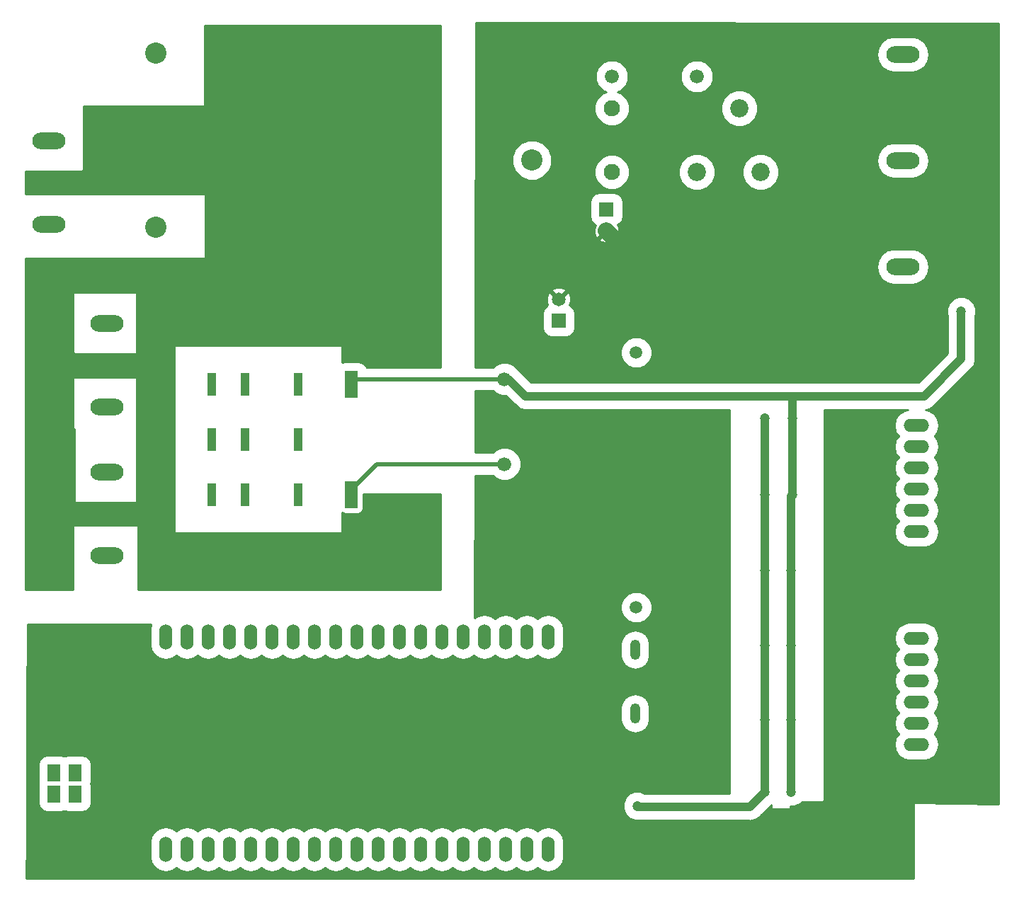
<source format=gbr>
G04 #@! TF.GenerationSoftware,KiCad,Pcbnew,(5.0.0)*
G04 #@! TF.CreationDate,2019-01-25T09:41:45+01:00*
G04 #@! TF.ProjectId,cosi_pwr,636F73695F7077722E6B696361645F70,0.1*
G04 #@! TF.SameCoordinates,Original*
G04 #@! TF.FileFunction,Copper,L1,Top,Signal*
G04 #@! TF.FilePolarity,Positive*
%FSLAX46Y46*%
G04 Gerber Fmt 4.6, Leading zero omitted, Abs format (unit mm)*
G04 Created by KiCad (PCBNEW (5.0.0)) date 01/25/19 09:41:45*
%MOMM*%
%LPD*%
G01*
G04 APERTURE LIST*
G04 #@! TA.AperFunction,ComponentPad*
%ADD10C,2.540000*%
G04 #@! TD*
G04 #@! TA.AperFunction,ComponentPad*
%ADD11R,1.000000X2.700000*%
G04 #@! TD*
G04 #@! TA.AperFunction,ComponentPad*
%ADD12R,1.500000X3.200000*%
G04 #@! TD*
G04 #@! TA.AperFunction,ComponentPad*
%ADD13C,1.676400*%
G04 #@! TD*
G04 #@! TA.AperFunction,ComponentPad*
%ADD14R,1.651000X1.651000*%
G04 #@! TD*
G04 #@! TA.AperFunction,ComponentPad*
%ADD15C,1.651000*%
G04 #@! TD*
G04 #@! TA.AperFunction,ComponentPad*
%ADD16O,1.524000X3.048000*%
G04 #@! TD*
G04 #@! TA.AperFunction,ComponentPad*
%ADD17R,1.524000X2.000000*%
G04 #@! TD*
G04 #@! TA.AperFunction,ComponentPad*
%ADD18O,3.048000X1.524000*%
G04 #@! TD*
G04 #@! TA.AperFunction,ComponentPad*
%ADD19C,1.506220*%
G04 #@! TD*
G04 #@! TA.AperFunction,ComponentPad*
%ADD20O,1.206500X2.415540*%
G04 #@! TD*
G04 #@! TA.AperFunction,ComponentPad*
%ADD21O,3.962400X1.981200*%
G04 #@! TD*
G04 #@! TA.AperFunction,ComponentPad*
%ADD22C,1.930400*%
G04 #@! TD*
G04 #@! TA.AperFunction,ComponentPad*
%ADD23C,2.181860*%
G04 #@! TD*
G04 #@! TA.AperFunction,ViaPad*
%ADD24C,1.200000*%
G04 #@! TD*
G04 #@! TA.AperFunction,Conductor*
%ADD25C,2.000000*%
G04 #@! TD*
G04 #@! TA.AperFunction,Conductor*
%ADD26C,1.000000*%
G04 #@! TD*
G04 #@! TA.AperFunction,Conductor*
%ADD27C,0.500000*%
G04 #@! TD*
G04 #@! TA.AperFunction,Conductor*
%ADD28C,0.254000*%
G04 #@! TD*
G04 APERTURE END LIST*
D10*
G04 #@! TO.P,U1,AC/N*
G04 #@! TO.N,/AC_N*
X86420960Y-63738760D03*
G04 #@! TO.P,U1,AC/L*
G04 #@! TO.N,/AC_L*
X86420960Y-42941240D03*
G04 #@! TO.P,U1,V+*
G04 #@! TO.N,+12V*
X131419600Y-55737760D03*
G04 #@! TO.P,U1,V-*
G04 #@! TO.N,GND*
X131419600Y-63738760D03*
G04 #@! TD*
D11*
G04 #@! TO.P,K1,11*
G04 #@! TO.N,/AC_N*
X103505000Y-82555080D03*
G04 #@! TO.P,K1,12*
G04 #@! TO.N,Net-(K1-Pad12)*
X93157040Y-82555080D03*
G04 #@! TO.P,K1,14*
G04 #@! TO.N,Net-(K1-Pad14)*
X97155000Y-82555080D03*
G04 #@! TO.P,K1,21*
G04 #@! TO.N,Net-(K1-Pad21)*
X103505000Y-89154000D03*
G04 #@! TO.P,K1,22*
G04 #@! TO.N,Net-(K1-Pad22)*
X93157040Y-89154000D03*
G04 #@! TO.P,K1,24*
G04 #@! TO.N,Net-(K1-Pad24)*
X97155000Y-89154000D03*
G04 #@! TO.P,K1,31*
G04 #@! TO.N,/AC_L*
X103505000Y-95752920D03*
G04 #@! TO.P,K1,32*
G04 #@! TO.N,Net-(K1-Pad32)*
X93157040Y-95752920D03*
G04 #@! TO.P,K1,34*
G04 #@! TO.N,Net-(K1-Pad34)*
X97155000Y-95752920D03*
D12*
G04 #@! TO.P,K1,A1*
G04 #@! TO.N,VCC_+12V*
X109855000Y-82555080D03*
G04 #@! TO.P,K1,A2*
G04 #@! TO.N,/N$2*
X109855000Y-95752920D03*
G04 #@! TD*
D13*
G04 #@! TO.P,D1,A*
G04 #@! TO.N,/N$2*
X128143000Y-92075000D03*
G04 #@! TO.P,D1,C*
G04 #@! TO.N,VCC_+12V*
X128143000Y-81915000D03*
G04 #@! TD*
D14*
G04 #@! TO.P,C1,1*
G04 #@! TO.N,+12V*
X140335000Y-61595000D03*
D15*
G04 #@! TO.P,C1,2*
G04 #@! TO.N,GND*
X140335000Y-64135000D03*
G04 #@! TD*
D14*
G04 #@! TO.P,C5,1*
G04 #@! TO.N,+12V*
X134620000Y-74930000D03*
D15*
G04 #@! TO.P,C5,2*
G04 #@! TO.N,GND*
X134620000Y-72390000D03*
G04 #@! TD*
D16*
G04 #@! TO.P,IO1,1*
G04 #@! TO.N,/BANK2_0*
X87630000Y-112776000D03*
G04 #@! TO.P,IO1,2*
G04 #@! TO.N,/BANK2_1*
X90170000Y-112776000D03*
G04 #@! TO.P,IO1,3*
G04 #@! TO.N,/BANK2_2*
X92710000Y-112776000D03*
G04 #@! TO.P,IO1,4*
G04 #@! TO.N,/BANK2_3*
X95250000Y-112776000D03*
G04 #@! TO.P,IO1,5*
G04 #@! TO.N,/BANK2_4*
X97790000Y-112776000D03*
G04 #@! TO.P,IO1,6*
G04 #@! TO.N,/BANK2_5*
X100330000Y-112776000D03*
G04 #@! TO.P,IO1,7*
G04 #@! TO.N,/BANK2_6*
X102870000Y-112776000D03*
G04 #@! TO.P,IO1,8*
G04 #@! TO.N,/BANK2_7*
X105410000Y-112776000D03*
G04 #@! TO.P,IO1,9*
G04 #@! TO.N,/BANK2_8*
X107950000Y-112776000D03*
G04 #@! TO.P,IO1,10*
G04 #@! TO.N,/BANK2_9*
X110490000Y-112776000D03*
G04 #@! TO.P,IO1,11*
G04 #@! TO.N,/BANK2_10*
X113030000Y-112776000D03*
G04 #@! TO.P,IO1,12*
G04 #@! TO.N,/BANK2_11*
X115570000Y-112776000D03*
G04 #@! TO.P,IO1,13*
G04 #@! TO.N,/BANK2_12*
X118110000Y-112776000D03*
G04 #@! TO.P,IO1,14*
G04 #@! TO.N,/BANK2_13*
X120650000Y-112776000D03*
G04 #@! TO.P,IO1,15*
G04 #@! TO.N,/BANK2_14*
X123190000Y-112776000D03*
G04 #@! TO.P,IO1,16*
G04 #@! TO.N,/BANK2_15*
X125730000Y-112776000D03*
G04 #@! TO.P,IO1,17*
G04 #@! TO.N,/BANK2_16*
X128270000Y-112776000D03*
G04 #@! TO.P,IO1,18*
G04 #@! TO.N,/BANK2_VCC*
X130810000Y-112776000D03*
G04 #@! TO.P,IO1,19*
G04 #@! TO.N,+5V*
X133350000Y-112776000D03*
G04 #@! TO.P,IO1,20*
G04 #@! TO.N,GND*
X135890000Y-112776000D03*
G04 #@! TD*
G04 #@! TO.P,IO2,1*
G04 #@! TO.N,/BANK1_0*
X87630000Y-138176000D03*
G04 #@! TO.P,IO2,2*
G04 #@! TO.N,/BANK1_1*
X90170000Y-138176000D03*
G04 #@! TO.P,IO2,3*
G04 #@! TO.N,/BANK1_2*
X92710000Y-138176000D03*
G04 #@! TO.P,IO2,4*
G04 #@! TO.N,/BANK1_3*
X95250000Y-138176000D03*
G04 #@! TO.P,IO2,5*
G04 #@! TO.N,/BANK1_4*
X97790000Y-138176000D03*
G04 #@! TO.P,IO2,6*
G04 #@! TO.N,/BANK1_5*
X100330000Y-138176000D03*
G04 #@! TO.P,IO2,7*
G04 #@! TO.N,/BANK1_6*
X102870000Y-138176000D03*
G04 #@! TO.P,IO2,8*
G04 #@! TO.N,/BANK1_7*
X105410000Y-138176000D03*
G04 #@! TO.P,IO2,9*
G04 #@! TO.N,/BANK1_8*
X107950000Y-138176000D03*
G04 #@! TO.P,IO2,10*
G04 #@! TO.N,/BANK1_9*
X110490000Y-138176000D03*
G04 #@! TO.P,IO2,11*
G04 #@! TO.N,/BANK1_10*
X113030000Y-138176000D03*
G04 #@! TO.P,IO2,12*
G04 #@! TO.N,/BANK1_11*
X115570000Y-138176000D03*
G04 #@! TO.P,IO2,13*
G04 #@! TO.N,/BANK1_12*
X118110000Y-138176000D03*
G04 #@! TO.P,IO2,14*
G04 #@! TO.N,/BANK1_13*
X120650000Y-138176000D03*
G04 #@! TO.P,IO2,15*
G04 #@! TO.N,/BANK1_14*
X123190000Y-138176000D03*
G04 #@! TO.P,IO2,16*
G04 #@! TO.N,/BANK1_15*
X125730000Y-138176000D03*
G04 #@! TO.P,IO2,17*
G04 #@! TO.N,/BANK1_VCC*
X128270000Y-138176000D03*
G04 #@! TO.P,IO2,18*
G04 #@! TO.N,/+1.8V*
X130810000Y-138176000D03*
G04 #@! TO.P,IO2,19*
G04 #@! TO.N,+3V3*
X133350000Y-138176000D03*
G04 #@! TO.P,IO2,20*
G04 #@! TO.N,GND*
X135890000Y-138176000D03*
G04 #@! TD*
D17*
G04 #@! TO.P,JP1,1*
G04 #@! TO.N,/N$19*
X76835000Y-129032000D03*
G04 #@! TO.P,JP1,2*
G04 #@! TO.N,/BANK1_9*
X76835000Y-131572000D03*
G04 #@! TO.P,JP1,3*
G04 #@! TO.N,/N$20*
X74295000Y-129032000D03*
G04 #@! TO.P,JP1,4*
G04 #@! TO.N,/BANK1_4*
X74295000Y-131572000D03*
G04 #@! TD*
D18*
G04 #@! TO.P,JP2,1*
G04 #@! TO.N,/SW_X+_L*
X177419000Y-87439500D03*
G04 #@! TO.P,JP2,2*
G04 #@! TO.N,/SW_X-_L*
X177419000Y-89979500D03*
G04 #@! TO.P,JP2,3*
G04 #@! TO.N,/SW_Y+_L*
X177419000Y-92519500D03*
G04 #@! TO.P,JP2,4*
G04 #@! TO.N,/SW_Y-_L*
X177419000Y-95059500D03*
G04 #@! TO.P,JP2,5*
G04 #@! TO.N,/SW_Z+_L*
X177419000Y-97599500D03*
G04 #@! TO.P,JP2,6*
G04 #@! TO.N,/SW_Z-_L*
X177419000Y-100139500D03*
G04 #@! TD*
G04 #@! TO.P,JP3,1*
G04 #@! TO.N,/SW_X+_H*
X177419000Y-112903000D03*
G04 #@! TO.P,JP3,2*
G04 #@! TO.N,/SW_X-_H*
X177419000Y-115443000D03*
G04 #@! TO.P,JP3,3*
G04 #@! TO.N,/SW_Y+_H*
X177419000Y-117983000D03*
G04 #@! TO.P,JP3,4*
G04 #@! TO.N,/SW_Y-_H*
X177419000Y-120523000D03*
G04 #@! TO.P,JP3,5*
G04 #@! TO.N,/SW_Z+_H*
X177419000Y-123063000D03*
G04 #@! TO.P,JP3,6*
G04 #@! TO.N,/SW_Z-_H*
X177419000Y-125603000D03*
G04 #@! TD*
D19*
G04 #@! TO.P,L1,P$1*
G04 #@! TO.N,+12V*
X143891000Y-78740000D03*
G04 #@! TO.P,L1,P$2*
G04 #@! TO.N,/N$4*
X143891000Y-109220000D03*
G04 #@! TD*
D20*
G04 #@! TO.P,U2,1*
G04 #@! TO.N,GND*
X151384000Y-114300000D03*
G04 #@! TO.P,U2,4*
G04 #@! TO.N,/N$4*
X143764000Y-114300000D03*
G04 #@! TO.P,U2,5*
G04 #@! TO.N,+5V*
X143764000Y-121920000D03*
G04 #@! TO.P,U2,7*
G04 #@! TO.N,GND*
X148844000Y-121920000D03*
G04 #@! TD*
D21*
G04 #@! TO.P,X1,1*
G04 #@! TO.N,/AC_L*
X73660000Y-53416200D03*
G04 #@! TO.P,X1,2*
G04 #@! TO.N,PE*
X73660000Y-58420000D03*
G04 #@! TO.P,X1,3*
G04 #@! TO.N,/AC_N*
X73660000Y-63423800D03*
G04 #@! TD*
G04 #@! TO.P,X2,1*
G04 #@! TO.N,Net-(K1-Pad34)*
X80645000Y-103047800D03*
G04 #@! TO.P,X2,2*
G04 #@! TO.N,PE*
X80645000Y-98044000D03*
G04 #@! TO.P,X2,3*
G04 #@! TO.N,Net-(K1-Pad14)*
X80645000Y-93040200D03*
G04 #@! TD*
G04 #@! TO.P,X3,1*
G04 #@! TO.N,Net-(K1-Pad34)*
X80645000Y-85267800D03*
G04 #@! TO.P,X3,2*
G04 #@! TO.N,PE*
X80645000Y-80264000D03*
G04 #@! TO.P,X3,3*
G04 #@! TO.N,Net-(K1-Pad14)*
X80645000Y-75260200D03*
G04 #@! TD*
G04 #@! TO.P,X4,1*
G04 #@! TO.N,VCC_+12V*
X175768000Y-43078400D03*
G04 #@! TO.P,X4,2*
G04 #@! TO.N,GND*
X175768000Y-48107600D03*
G04 #@! TD*
G04 #@! TO.P,X5,1*
G04 #@! TO.N,VCC_+12V*
X175768000Y-55778400D03*
G04 #@! TO.P,X5,2*
G04 #@! TO.N,GND*
X175768000Y-60807600D03*
G04 #@! TD*
G04 #@! TO.P,X6,1*
G04 #@! TO.N,VCC_+12V*
X175768000Y-68478400D03*
G04 #@! TO.P,X6,2*
G04 #@! TO.N,GND*
X175768000Y-73507600D03*
G04 #@! TD*
D22*
G04 #@! TO.P,K2,1*
G04 #@! TO.N,+12V*
X140970000Y-57150000D03*
D23*
G04 #@! TO.P,K2,2*
X151130000Y-57150000D03*
G04 #@! TO.P,K2,3*
G04 #@! TO.N,VCC_+12V*
X158750000Y-57150000D03*
G04 #@! TO.P,K2,4*
G04 #@! TO.N,Net-(K2-Pad4)*
X156210000Y-49530000D03*
D22*
G04 #@! TO.P,K2,5*
G04 #@! TO.N,/N$15*
X140970000Y-49530000D03*
G04 #@! TD*
D13*
G04 #@! TO.P,D2,A*
G04 #@! TO.N,/N$15*
X140970000Y-45720000D03*
G04 #@! TO.P,D2,C*
G04 #@! TO.N,+12V*
X151130000Y-45720000D03*
G04 #@! TD*
D24*
G04 #@! TO.N,GND*
X135890000Y-108712000D03*
X80264000Y-139319000D03*
X141605000Y-138176000D03*
X149098000Y-67310000D03*
G04 #@! TO.N,+5V*
X159258000Y-86614000D03*
X159258000Y-95758000D03*
X159258000Y-122682000D03*
X159258000Y-131318000D03*
X144018000Y-132969000D03*
X159258000Y-113792000D03*
X159258000Y-104775000D03*
G04 #@! TO.N,VCC_+12V*
X162560000Y-86614000D03*
X162560000Y-95758000D03*
X162433000Y-113792000D03*
X162433000Y-122682000D03*
X162433000Y-131318000D03*
X162433000Y-104775000D03*
X182753000Y-73787000D03*
G04 #@! TD*
D25*
G04 #@! TO.N,GND*
X149098000Y-67310000D02*
X148717000Y-66929000D01*
X148717000Y-66929000D02*
X143129000Y-66929000D01*
X143129000Y-66929000D02*
X140335000Y-64135000D01*
D26*
G04 #@! TO.N,+5V*
X159258000Y-95758000D02*
X159258000Y-86614000D01*
X159258000Y-104775000D02*
X159258000Y-95758000D01*
X159258000Y-122682000D02*
X159258000Y-113792000D01*
X159258000Y-113792000D02*
X159258000Y-104775000D01*
X159258000Y-131318000D02*
X159258000Y-122682000D01*
X157480000Y-133096000D02*
X159258000Y-131318000D01*
X144145000Y-133096000D02*
X157480000Y-133096000D01*
X144018000Y-132969000D02*
X144145000Y-133096000D01*
D27*
X159258000Y-113792000D02*
X159258000Y-113919000D01*
X159258000Y-104775000D02*
X159512000Y-104775000D01*
D26*
G04 #@! TO.N,VCC_+12V*
X162560000Y-95758000D02*
X162560000Y-86614000D01*
X162560000Y-86614000D02*
X162560000Y-83947000D01*
X162560000Y-83947000D02*
X162560000Y-84074000D01*
X162560000Y-84074000D02*
X162560000Y-83947000D01*
X162433000Y-104775000D02*
X162433000Y-95885000D01*
X162433000Y-95885000D02*
X162560000Y-95758000D01*
X162433000Y-113792000D02*
X162433000Y-104775000D01*
X162433000Y-122682000D02*
X162433000Y-113792000D01*
X162433000Y-131318000D02*
X162433000Y-122682000D01*
X178308000Y-83947000D02*
X162560000Y-83947000D01*
X182753000Y-79502000D02*
X178308000Y-83947000D01*
X182753000Y-73787000D02*
X182753000Y-79502000D01*
X130683000Y-83947000D02*
X128651000Y-81915000D01*
X161925000Y-83947000D02*
X130683000Y-83947000D01*
X162560000Y-83947000D02*
X161925000Y-83947000D01*
X128651000Y-81915000D02*
X128143000Y-81915000D01*
D27*
X128143000Y-81915000D02*
X110495080Y-81915000D01*
X110495080Y-81915000D02*
X109855000Y-82555080D01*
G04 #@! TO.N,/N$2*
X128143000Y-92075000D02*
X112903000Y-92075000D01*
X112903000Y-92075000D02*
X109855000Y-95123000D01*
X109855000Y-95123000D02*
X109855000Y-95752920D01*
G04 #@! TD*
D28*
G04 #@! TO.N,GND*
G36*
X187198000Y-39369743D02*
X187198000Y-132713403D01*
X177166587Y-132588010D01*
X177116399Y-132597667D01*
X177075197Y-132625197D01*
X177047667Y-132666399D01*
X177038000Y-132715000D01*
X177038000Y-141657000D01*
X70994355Y-141657000D01*
X71012581Y-137227955D01*
X85741000Y-137227955D01*
X85741000Y-139124046D01*
X85850603Y-139675051D01*
X86268108Y-140299893D01*
X86892950Y-140717398D01*
X87630000Y-140864007D01*
X88367051Y-140717398D01*
X88900001Y-140361293D01*
X89432950Y-140717398D01*
X90170000Y-140864007D01*
X90907051Y-140717398D01*
X91440001Y-140361293D01*
X91972950Y-140717398D01*
X92710000Y-140864007D01*
X93447051Y-140717398D01*
X93980001Y-140361293D01*
X94512950Y-140717398D01*
X95250000Y-140864007D01*
X95987051Y-140717398D01*
X96520001Y-140361293D01*
X97052950Y-140717398D01*
X97790000Y-140864007D01*
X98527051Y-140717398D01*
X99060001Y-140361293D01*
X99592950Y-140717398D01*
X100330000Y-140864007D01*
X101067051Y-140717398D01*
X101600001Y-140361293D01*
X102132950Y-140717398D01*
X102870000Y-140864007D01*
X103607051Y-140717398D01*
X104140001Y-140361293D01*
X104672950Y-140717398D01*
X105410000Y-140864007D01*
X106147051Y-140717398D01*
X106680001Y-140361293D01*
X107212950Y-140717398D01*
X107950000Y-140864007D01*
X108687051Y-140717398D01*
X109220001Y-140361293D01*
X109752950Y-140717398D01*
X110490000Y-140864007D01*
X111227051Y-140717398D01*
X111760001Y-140361293D01*
X112292950Y-140717398D01*
X113030000Y-140864007D01*
X113767051Y-140717398D01*
X114300001Y-140361293D01*
X114832950Y-140717398D01*
X115570000Y-140864007D01*
X116307051Y-140717398D01*
X116840001Y-140361293D01*
X117372950Y-140717398D01*
X118110000Y-140864007D01*
X118847051Y-140717398D01*
X119380001Y-140361293D01*
X119912950Y-140717398D01*
X120650000Y-140864007D01*
X121387051Y-140717398D01*
X121920001Y-140361293D01*
X122452950Y-140717398D01*
X123190000Y-140864007D01*
X123927051Y-140717398D01*
X124460001Y-140361293D01*
X124992950Y-140717398D01*
X125730000Y-140864007D01*
X126467051Y-140717398D01*
X127000001Y-140361293D01*
X127532950Y-140717398D01*
X128270000Y-140864007D01*
X129007051Y-140717398D01*
X129540001Y-140361293D01*
X130072950Y-140717398D01*
X130810000Y-140864007D01*
X131547051Y-140717398D01*
X132080001Y-140361293D01*
X132612950Y-140717398D01*
X133350000Y-140864007D01*
X134087051Y-140717398D01*
X134711893Y-140299893D01*
X135129398Y-139675051D01*
X135239000Y-139124046D01*
X135239000Y-137227954D01*
X135129398Y-136676949D01*
X134711893Y-136052107D01*
X134087050Y-135634602D01*
X133350000Y-135487993D01*
X132612949Y-135634602D01*
X132080000Y-135990706D01*
X131547050Y-135634602D01*
X130810000Y-135487993D01*
X130072949Y-135634602D01*
X129540000Y-135990706D01*
X129007050Y-135634602D01*
X128270000Y-135487993D01*
X127532949Y-135634602D01*
X127000000Y-135990706D01*
X126467050Y-135634602D01*
X125730000Y-135487993D01*
X124992949Y-135634602D01*
X124460000Y-135990706D01*
X123927050Y-135634602D01*
X123190000Y-135487993D01*
X122452949Y-135634602D01*
X121920000Y-135990706D01*
X121387050Y-135634602D01*
X120650000Y-135487993D01*
X119912949Y-135634602D01*
X119380000Y-135990706D01*
X118847050Y-135634602D01*
X118110000Y-135487993D01*
X117372949Y-135634602D01*
X116840000Y-135990706D01*
X116307050Y-135634602D01*
X115570000Y-135487993D01*
X114832949Y-135634602D01*
X114300000Y-135990706D01*
X113767050Y-135634602D01*
X113030000Y-135487993D01*
X112292949Y-135634602D01*
X111760000Y-135990706D01*
X111227050Y-135634602D01*
X110490000Y-135487993D01*
X109752949Y-135634602D01*
X109220000Y-135990706D01*
X108687050Y-135634602D01*
X107950000Y-135487993D01*
X107212949Y-135634602D01*
X106680000Y-135990706D01*
X106147050Y-135634602D01*
X105410000Y-135487993D01*
X104672949Y-135634602D01*
X104140000Y-135990706D01*
X103607050Y-135634602D01*
X102870000Y-135487993D01*
X102132949Y-135634602D01*
X101600000Y-135990706D01*
X101067050Y-135634602D01*
X100330000Y-135487993D01*
X99592949Y-135634602D01*
X99060000Y-135990706D01*
X98527050Y-135634602D01*
X97790000Y-135487993D01*
X97052949Y-135634602D01*
X96520000Y-135990706D01*
X95987050Y-135634602D01*
X95250000Y-135487993D01*
X94512949Y-135634602D01*
X93980000Y-135990706D01*
X93447050Y-135634602D01*
X92710000Y-135487993D01*
X91972949Y-135634602D01*
X91440000Y-135990706D01*
X90907050Y-135634602D01*
X90170000Y-135487993D01*
X89432949Y-135634602D01*
X88900000Y-135990706D01*
X88367050Y-135634602D01*
X87630000Y-135487993D01*
X86892949Y-135634602D01*
X86268107Y-136052107D01*
X85850602Y-136676950D01*
X85741000Y-137227955D01*
X71012581Y-137227955D01*
X71050425Y-128032000D01*
X72383921Y-128032000D01*
X72383921Y-130032000D01*
X72437627Y-130302000D01*
X72383921Y-130572000D01*
X72383921Y-132572000D01*
X72471389Y-133011733D01*
X72720478Y-133384522D01*
X73093267Y-133633611D01*
X73533000Y-133721079D01*
X75057000Y-133721079D01*
X75496733Y-133633611D01*
X75565000Y-133587997D01*
X75633267Y-133633611D01*
X76073000Y-133721079D01*
X77597000Y-133721079D01*
X78036733Y-133633611D01*
X78409522Y-133384522D01*
X78658611Y-133011733D01*
X78746079Y-132572000D01*
X78746079Y-130572000D01*
X78692373Y-130302000D01*
X78746079Y-130032000D01*
X78746079Y-128032000D01*
X78658611Y-127592267D01*
X78409522Y-127219478D01*
X78036733Y-126970389D01*
X77597000Y-126882921D01*
X76073000Y-126882921D01*
X75633267Y-126970389D01*
X75565000Y-127016003D01*
X75496733Y-126970389D01*
X75057000Y-126882921D01*
X73533000Y-126882921D01*
X73093267Y-126970389D01*
X72720478Y-127219478D01*
X72471389Y-127592267D01*
X72383921Y-128032000D01*
X71050425Y-128032000D01*
X71078766Y-121145070D01*
X142033750Y-121145070D01*
X142033750Y-122694931D01*
X142134141Y-123199630D01*
X142516561Y-123771960D01*
X143088891Y-124154379D01*
X143764000Y-124288667D01*
X144439110Y-124154379D01*
X145011440Y-123771960D01*
X145393859Y-123199630D01*
X145494250Y-122694931D01*
X145494250Y-121145069D01*
X145393859Y-120640370D01*
X145011440Y-120068040D01*
X144439109Y-119685621D01*
X143764000Y-119551333D01*
X143088890Y-119685621D01*
X142516560Y-120068040D01*
X142134141Y-120640371D01*
X142033750Y-121145070D01*
X71078766Y-121145070D01*
X71119479Y-111252000D01*
X85867273Y-111252000D01*
X85850602Y-111276950D01*
X85741000Y-111827955D01*
X85741000Y-113724046D01*
X85850603Y-114275051D01*
X86268108Y-114899893D01*
X86892950Y-115317398D01*
X87630000Y-115464007D01*
X88367051Y-115317398D01*
X88900001Y-114961293D01*
X89432950Y-115317398D01*
X90170000Y-115464007D01*
X90907051Y-115317398D01*
X91440001Y-114961293D01*
X91972950Y-115317398D01*
X92710000Y-115464007D01*
X93447051Y-115317398D01*
X93980001Y-114961293D01*
X94512950Y-115317398D01*
X95250000Y-115464007D01*
X95987051Y-115317398D01*
X96520001Y-114961293D01*
X97052950Y-115317398D01*
X97790000Y-115464007D01*
X98527051Y-115317398D01*
X99060001Y-114961293D01*
X99592950Y-115317398D01*
X100330000Y-115464007D01*
X101067051Y-115317398D01*
X101600001Y-114961293D01*
X102132950Y-115317398D01*
X102870000Y-115464007D01*
X103607051Y-115317398D01*
X104140001Y-114961293D01*
X104672950Y-115317398D01*
X105410000Y-115464007D01*
X106147051Y-115317398D01*
X106680001Y-114961293D01*
X107212950Y-115317398D01*
X107950000Y-115464007D01*
X108687051Y-115317398D01*
X109220001Y-114961293D01*
X109752950Y-115317398D01*
X110490000Y-115464007D01*
X111227051Y-115317398D01*
X111760001Y-114961293D01*
X112292950Y-115317398D01*
X113030000Y-115464007D01*
X113767051Y-115317398D01*
X114300001Y-114961293D01*
X114832950Y-115317398D01*
X115570000Y-115464007D01*
X116307051Y-115317398D01*
X116840001Y-114961293D01*
X117372950Y-115317398D01*
X118110000Y-115464007D01*
X118847051Y-115317398D01*
X119380001Y-114961293D01*
X119912950Y-115317398D01*
X120650000Y-115464007D01*
X121387051Y-115317398D01*
X121920001Y-114961293D01*
X122452950Y-115317398D01*
X123190000Y-115464007D01*
X123927051Y-115317398D01*
X124460001Y-114961293D01*
X124992950Y-115317398D01*
X125730000Y-115464007D01*
X126467051Y-115317398D01*
X127000001Y-114961293D01*
X127532950Y-115317398D01*
X128270000Y-115464007D01*
X129007051Y-115317398D01*
X129540001Y-114961293D01*
X130072950Y-115317398D01*
X130810000Y-115464007D01*
X131547051Y-115317398D01*
X132080001Y-114961293D01*
X132612950Y-115317398D01*
X133350000Y-115464007D01*
X134087051Y-115317398D01*
X134711893Y-114899893D01*
X135129398Y-114275051D01*
X135239000Y-113724046D01*
X135239000Y-113525070D01*
X142033750Y-113525070D01*
X142033750Y-115074931D01*
X142134141Y-115579630D01*
X142516561Y-116151960D01*
X143088891Y-116534379D01*
X143764000Y-116668667D01*
X144439110Y-116534379D01*
X145011440Y-116151960D01*
X145393859Y-115579630D01*
X145494250Y-115074931D01*
X145494250Y-113525069D01*
X145393859Y-113020370D01*
X145011440Y-112448040D01*
X144439109Y-112065621D01*
X143764000Y-111931333D01*
X143088890Y-112065621D01*
X142516560Y-112448040D01*
X142134141Y-113020371D01*
X142033750Y-113525070D01*
X135239000Y-113525070D01*
X135239000Y-111827954D01*
X135129398Y-111276949D01*
X134711893Y-110652107D01*
X134087050Y-110234602D01*
X133350000Y-110087993D01*
X132612949Y-110234602D01*
X132080000Y-110590706D01*
X131547050Y-110234602D01*
X130810000Y-110087993D01*
X130072949Y-110234602D01*
X129540000Y-110590706D01*
X129007050Y-110234602D01*
X128270000Y-110087993D01*
X127532949Y-110234602D01*
X127000000Y-110590706D01*
X126467050Y-110234602D01*
X125730000Y-110087993D01*
X124992949Y-110234602D01*
X124588098Y-110505114D01*
X124591034Y-108846023D01*
X142010890Y-108846023D01*
X142010890Y-109593977D01*
X142297119Y-110284997D01*
X142826003Y-110813881D01*
X143517023Y-111100110D01*
X144264977Y-111100110D01*
X144955997Y-110813881D01*
X145484881Y-110284997D01*
X145771110Y-109593977D01*
X145771110Y-108846023D01*
X145484881Y-108155003D01*
X144955997Y-107626119D01*
X144264977Y-107339890D01*
X143517023Y-107339890D01*
X142826003Y-107626119D01*
X142297119Y-108155003D01*
X142010890Y-108846023D01*
X124591034Y-108846023D01*
X124618280Y-93452000D01*
X126740787Y-93452000D01*
X127029803Y-93741016D01*
X127752097Y-94040200D01*
X128533903Y-94040200D01*
X129256197Y-93741016D01*
X129809016Y-93188197D01*
X130108200Y-92465903D01*
X130108200Y-91684097D01*
X129809016Y-90961803D01*
X129256197Y-90408984D01*
X128533903Y-90109800D01*
X127752097Y-90109800D01*
X127029803Y-90408984D01*
X126740787Y-90698000D01*
X124623154Y-90698000D01*
X124636262Y-83292000D01*
X126740787Y-83292000D01*
X127029803Y-83581016D01*
X127752097Y-83880200D01*
X128315276Y-83880200D01*
X129419228Y-84984153D01*
X129509999Y-85120001D01*
X130048176Y-85479600D01*
X130522758Y-85574000D01*
X130522762Y-85574000D01*
X130683000Y-85605873D01*
X130843238Y-85574000D01*
X155067000Y-85574000D01*
X155067000Y-131469000D01*
X144909548Y-131469000D01*
X144361522Y-131242000D01*
X143674478Y-131242000D01*
X143039733Y-131504920D01*
X142553920Y-131990733D01*
X142291000Y-132625478D01*
X142291000Y-133312522D01*
X142553920Y-133947267D01*
X143039733Y-134433080D01*
X143507593Y-134626874D01*
X143510176Y-134628600D01*
X143513223Y-134629206D01*
X143674478Y-134696000D01*
X143849020Y-134696000D01*
X143984758Y-134723000D01*
X143984761Y-134723000D01*
X144144999Y-134754873D01*
X144305237Y-134723000D01*
X157319762Y-134723000D01*
X157480000Y-134754873D01*
X157640238Y-134723000D01*
X157640242Y-134723000D01*
X158114824Y-134628600D01*
X158653001Y-134269001D01*
X158743773Y-134133151D01*
X159994845Y-132882080D01*
X160020000Y-132871661D01*
X160020000Y-133223000D01*
X160029667Y-133271601D01*
X160057197Y-133312803D01*
X160098399Y-133340333D01*
X160147000Y-133350000D01*
X162179000Y-133350000D01*
X162227601Y-133340333D01*
X162268803Y-133312803D01*
X162296333Y-133271601D01*
X162306000Y-133223000D01*
X162306000Y-133045000D01*
X162776522Y-133045000D01*
X163411267Y-132782080D01*
X163732347Y-132461000D01*
X166243000Y-132461000D01*
X166291601Y-132451333D01*
X166332803Y-132423803D01*
X166360333Y-132382601D01*
X166370000Y-132334000D01*
X166370000Y-112903000D01*
X174730993Y-112903000D01*
X174877602Y-113640051D01*
X175233706Y-114173000D01*
X174877602Y-114705949D01*
X174730993Y-115443000D01*
X174877602Y-116180051D01*
X175233706Y-116713000D01*
X174877602Y-117245949D01*
X174730993Y-117983000D01*
X174877602Y-118720051D01*
X175233706Y-119253000D01*
X174877602Y-119785949D01*
X174730993Y-120523000D01*
X174877602Y-121260051D01*
X175233706Y-121793000D01*
X174877602Y-122325949D01*
X174730993Y-123063000D01*
X174877602Y-123800051D01*
X175233706Y-124333000D01*
X174877602Y-124865949D01*
X174730993Y-125603000D01*
X174877602Y-126340051D01*
X175295107Y-126964893D01*
X175919949Y-127382398D01*
X176470954Y-127492000D01*
X178367046Y-127492000D01*
X178918051Y-127382398D01*
X179542893Y-126964893D01*
X179960398Y-126340051D01*
X180107007Y-125603000D01*
X179960398Y-124865949D01*
X179604294Y-124333000D01*
X179960398Y-123800051D01*
X180107007Y-123063000D01*
X179960398Y-122325949D01*
X179604294Y-121793000D01*
X179960398Y-121260051D01*
X180107007Y-120523000D01*
X179960398Y-119785949D01*
X179604294Y-119253000D01*
X179960398Y-118720051D01*
X180107007Y-117983000D01*
X179960398Y-117245949D01*
X179604294Y-116713000D01*
X179960398Y-116180051D01*
X180107007Y-115443000D01*
X179960398Y-114705949D01*
X179604294Y-114173000D01*
X179960398Y-113640051D01*
X180107007Y-112903000D01*
X179960398Y-112165949D01*
X179542893Y-111541107D01*
X178918051Y-111123602D01*
X178367046Y-111014000D01*
X176470954Y-111014000D01*
X175919949Y-111123602D01*
X175295107Y-111541107D01*
X174877602Y-112165949D01*
X174730993Y-112903000D01*
X166370000Y-112903000D01*
X166370000Y-85574000D01*
X176352812Y-85574000D01*
X175919949Y-85660102D01*
X175295107Y-86077607D01*
X174877602Y-86702449D01*
X174730993Y-87439500D01*
X174877602Y-88176551D01*
X175233706Y-88709500D01*
X174877602Y-89242449D01*
X174730993Y-89979500D01*
X174877602Y-90716551D01*
X175233706Y-91249500D01*
X174877602Y-91782449D01*
X174730993Y-92519500D01*
X174877602Y-93256551D01*
X175233706Y-93789500D01*
X174877602Y-94322449D01*
X174730993Y-95059500D01*
X174877602Y-95796551D01*
X175233706Y-96329500D01*
X174877602Y-96862449D01*
X174730993Y-97599500D01*
X174877602Y-98336551D01*
X175233706Y-98869500D01*
X174877602Y-99402449D01*
X174730993Y-100139500D01*
X174877602Y-100876551D01*
X175295107Y-101501393D01*
X175919949Y-101918898D01*
X176470954Y-102028500D01*
X178367046Y-102028500D01*
X178918051Y-101918898D01*
X179542893Y-101501393D01*
X179960398Y-100876551D01*
X180107007Y-100139500D01*
X179960398Y-99402449D01*
X179604294Y-98869500D01*
X179960398Y-98336551D01*
X180107007Y-97599500D01*
X179960398Y-96862449D01*
X179604294Y-96329500D01*
X179960398Y-95796551D01*
X180107007Y-95059500D01*
X179960398Y-94322449D01*
X179604294Y-93789500D01*
X179960398Y-93256551D01*
X180107007Y-92519500D01*
X179960398Y-91782449D01*
X179604294Y-91249500D01*
X179960398Y-90716551D01*
X180107007Y-89979500D01*
X179960398Y-89242449D01*
X179604294Y-88709500D01*
X179960398Y-88176551D01*
X180107007Y-87439500D01*
X179960398Y-86702449D01*
X179542893Y-86077607D01*
X178918051Y-85660102D01*
X178476715Y-85572315D01*
X178942824Y-85479600D01*
X179481001Y-85120001D01*
X179571774Y-84984150D01*
X183790153Y-80765772D01*
X183926001Y-80675001D01*
X184285600Y-80136824D01*
X184380000Y-79662242D01*
X184380000Y-79662239D01*
X184411873Y-79502001D01*
X184380000Y-79341763D01*
X184380000Y-74371943D01*
X184480000Y-74130522D01*
X184480000Y-73443478D01*
X184217080Y-72808733D01*
X183731267Y-72322920D01*
X183096522Y-72060000D01*
X182409478Y-72060000D01*
X181774733Y-72322920D01*
X181288920Y-72808733D01*
X181026000Y-73443478D01*
X181026000Y-74130522D01*
X181126000Y-74371944D01*
X181126001Y-78828074D01*
X177634076Y-82320000D01*
X162720242Y-82320000D01*
X162560000Y-82288126D01*
X162399758Y-82320000D01*
X131356925Y-82320000D01*
X129914773Y-80877849D01*
X129824001Y-80741999D01*
X129598611Y-80591398D01*
X129256197Y-80248984D01*
X128533903Y-79949800D01*
X127752097Y-79949800D01*
X127029803Y-80248984D01*
X126740787Y-80538000D01*
X124641137Y-80538000D01*
X124644980Y-78366023D01*
X142010890Y-78366023D01*
X142010890Y-79113977D01*
X142297119Y-79804997D01*
X142826003Y-80333881D01*
X143517023Y-80620110D01*
X144264977Y-80620110D01*
X144955997Y-80333881D01*
X145484881Y-79804997D01*
X145771110Y-79113977D01*
X145771110Y-78366023D01*
X145484881Y-77675003D01*
X144955997Y-77146119D01*
X144264977Y-76859890D01*
X143517023Y-76859890D01*
X142826003Y-77146119D01*
X142297119Y-77675003D01*
X142010890Y-78366023D01*
X124644980Y-78366023D01*
X124652523Y-74104500D01*
X132645421Y-74104500D01*
X132645421Y-75755500D01*
X132732889Y-76195233D01*
X132981978Y-76568022D01*
X133354767Y-76817111D01*
X133794500Y-76904579D01*
X135445500Y-76904579D01*
X135885233Y-76817111D01*
X136258022Y-76568022D01*
X136507111Y-76195233D01*
X136594579Y-75755500D01*
X136594579Y-74104500D01*
X136507111Y-73664767D01*
X136258022Y-73291978D01*
X135926964Y-73070773D01*
X136092340Y-72612869D01*
X136065553Y-72032465D01*
X135894976Y-71620656D01*
X135646215Y-71543390D01*
X134799605Y-72390000D01*
X134813748Y-72404143D01*
X134634143Y-72583748D01*
X134620000Y-72569605D01*
X134605858Y-72583748D01*
X134426253Y-72404143D01*
X134440395Y-72390000D01*
X133593785Y-71543390D01*
X133345024Y-71620656D01*
X133147660Y-72167131D01*
X133174447Y-72747535D01*
X133309355Y-73073232D01*
X132981978Y-73291978D01*
X132732889Y-73664767D01*
X132645421Y-74104500D01*
X124652523Y-74104500D01*
X124657373Y-71363785D01*
X133773390Y-71363785D01*
X134620000Y-72210395D01*
X135466610Y-71363785D01*
X135389344Y-71115024D01*
X134842869Y-70917660D01*
X134262465Y-70944447D01*
X133850656Y-71115024D01*
X133773390Y-71363785D01*
X124657373Y-71363785D01*
X124662479Y-68478400D01*
X172618314Y-68478400D01*
X172782665Y-69304646D01*
X173250696Y-70005104D01*
X173951154Y-70473135D01*
X174568836Y-70596000D01*
X176967164Y-70596000D01*
X177584846Y-70473135D01*
X178285304Y-70005104D01*
X178753335Y-69304646D01*
X178917686Y-68478400D01*
X178753335Y-67652154D01*
X178285304Y-66951696D01*
X177584846Y-66483665D01*
X176967164Y-66360800D01*
X174568836Y-66360800D01*
X173951154Y-66483665D01*
X173250696Y-66951696D01*
X172782665Y-67652154D01*
X172618314Y-68478400D01*
X124662479Y-68478400D01*
X124668351Y-65161215D01*
X139488390Y-65161215D01*
X139565656Y-65409976D01*
X140112131Y-65607340D01*
X140692535Y-65580553D01*
X141104344Y-65409976D01*
X141181610Y-65161215D01*
X140335000Y-64314605D01*
X139488390Y-65161215D01*
X124668351Y-65161215D01*
X124676124Y-60769500D01*
X138360421Y-60769500D01*
X138360421Y-62420500D01*
X138447889Y-62860233D01*
X138696978Y-63233022D01*
X139028036Y-63454227D01*
X138862660Y-63912131D01*
X138889447Y-64492535D01*
X139060024Y-64904344D01*
X139308785Y-64981610D01*
X140155395Y-64135000D01*
X140141253Y-64120858D01*
X140320858Y-63941253D01*
X140335000Y-63955395D01*
X140349143Y-63941253D01*
X140528748Y-64120858D01*
X140514605Y-64135000D01*
X141361215Y-64981610D01*
X141609976Y-64904344D01*
X141807340Y-64357869D01*
X141780553Y-63777465D01*
X141645645Y-63451768D01*
X141973022Y-63233022D01*
X142222111Y-62860233D01*
X142309579Y-62420500D01*
X142309579Y-60769500D01*
X142222111Y-60329767D01*
X141973022Y-59956978D01*
X141600233Y-59707889D01*
X141160500Y-59620421D01*
X139509500Y-59620421D01*
X139069767Y-59707889D01*
X138696978Y-59956978D01*
X138447889Y-60329767D01*
X138360421Y-60769500D01*
X124676124Y-60769500D01*
X124685874Y-55260967D01*
X129022600Y-55260967D01*
X129022600Y-56214553D01*
X129387522Y-57095551D01*
X130061809Y-57769838D01*
X130942807Y-58134760D01*
X131896393Y-58134760D01*
X132777391Y-57769838D01*
X133451678Y-57095551D01*
X133601505Y-56733835D01*
X138877800Y-56733835D01*
X138877800Y-57566165D01*
X139196318Y-58335136D01*
X139784864Y-58923682D01*
X140553835Y-59242200D01*
X141386165Y-59242200D01*
X142155136Y-58923682D01*
X142743682Y-58335136D01*
X143062200Y-57566165D01*
X143062200Y-56733835D01*
X143051841Y-56708826D01*
X148912070Y-56708826D01*
X148912070Y-57591174D01*
X149249730Y-58406357D01*
X149873643Y-59030270D01*
X150688826Y-59367930D01*
X151571174Y-59367930D01*
X152386357Y-59030270D01*
X153010270Y-58406357D01*
X153347930Y-57591174D01*
X153347930Y-56708826D01*
X156532070Y-56708826D01*
X156532070Y-57591174D01*
X156869730Y-58406357D01*
X157493643Y-59030270D01*
X158308826Y-59367930D01*
X159191174Y-59367930D01*
X160006357Y-59030270D01*
X160630270Y-58406357D01*
X160967930Y-57591174D01*
X160967930Y-56708826D01*
X160630270Y-55893643D01*
X160515027Y-55778400D01*
X172618314Y-55778400D01*
X172782665Y-56604646D01*
X173250696Y-57305104D01*
X173951154Y-57773135D01*
X174568836Y-57896000D01*
X176967164Y-57896000D01*
X177584846Y-57773135D01*
X178285304Y-57305104D01*
X178753335Y-56604646D01*
X178917686Y-55778400D01*
X178753335Y-54952154D01*
X178285304Y-54251696D01*
X177584846Y-53783665D01*
X176967164Y-53660800D01*
X174568836Y-53660800D01*
X173951154Y-53783665D01*
X173250696Y-54251696D01*
X172782665Y-54952154D01*
X172618314Y-55778400D01*
X160515027Y-55778400D01*
X160006357Y-55269730D01*
X159191174Y-54932070D01*
X158308826Y-54932070D01*
X157493643Y-55269730D01*
X156869730Y-55893643D01*
X156532070Y-56708826D01*
X153347930Y-56708826D01*
X153010270Y-55893643D01*
X152386357Y-55269730D01*
X151571174Y-54932070D01*
X150688826Y-54932070D01*
X149873643Y-55269730D01*
X149249730Y-55893643D01*
X148912070Y-56708826D01*
X143051841Y-56708826D01*
X142743682Y-55964864D01*
X142155136Y-55376318D01*
X141386165Y-55057800D01*
X140553835Y-55057800D01*
X139784864Y-55376318D01*
X139196318Y-55964864D01*
X138877800Y-56733835D01*
X133601505Y-56733835D01*
X133816600Y-56214553D01*
X133816600Y-55260967D01*
X133451678Y-54379969D01*
X132777391Y-53705682D01*
X131896393Y-53340760D01*
X130942807Y-53340760D01*
X130061809Y-53705682D01*
X129387522Y-54379969D01*
X129022600Y-55260967D01*
X124685874Y-55260967D01*
X124696754Y-49113835D01*
X138877800Y-49113835D01*
X138877800Y-49946165D01*
X139196318Y-50715136D01*
X139784864Y-51303682D01*
X140553835Y-51622200D01*
X141386165Y-51622200D01*
X142155136Y-51303682D01*
X142743682Y-50715136D01*
X143062200Y-49946165D01*
X143062200Y-49113835D01*
X143051841Y-49088826D01*
X153992070Y-49088826D01*
X153992070Y-49971174D01*
X154329730Y-50786357D01*
X154953643Y-51410270D01*
X155768826Y-51747930D01*
X156651174Y-51747930D01*
X157466357Y-51410270D01*
X158090270Y-50786357D01*
X158427930Y-49971174D01*
X158427930Y-49088826D01*
X158090270Y-48273643D01*
X157466357Y-47649730D01*
X156651174Y-47312070D01*
X155768826Y-47312070D01*
X154953643Y-47649730D01*
X154329730Y-48273643D01*
X153992070Y-49088826D01*
X143051841Y-49088826D01*
X142743682Y-48344864D01*
X142155136Y-47756318D01*
X141672172Y-47556268D01*
X142083197Y-47386016D01*
X142636016Y-46833197D01*
X142935200Y-46110903D01*
X142935200Y-45329097D01*
X149164800Y-45329097D01*
X149164800Y-46110903D01*
X149463984Y-46833197D01*
X150016803Y-47386016D01*
X150739097Y-47685200D01*
X151520903Y-47685200D01*
X152243197Y-47386016D01*
X152796016Y-46833197D01*
X153095200Y-46110903D01*
X153095200Y-45329097D01*
X152796016Y-44606803D01*
X152243197Y-44053984D01*
X151520903Y-43754800D01*
X150739097Y-43754800D01*
X150016803Y-44053984D01*
X149463984Y-44606803D01*
X149164800Y-45329097D01*
X142935200Y-45329097D01*
X142636016Y-44606803D01*
X142083197Y-44053984D01*
X141360903Y-43754800D01*
X140579097Y-43754800D01*
X139856803Y-44053984D01*
X139303984Y-44606803D01*
X139004800Y-45329097D01*
X139004800Y-46110903D01*
X139303984Y-46833197D01*
X139856803Y-47386016D01*
X140267828Y-47556268D01*
X139784864Y-47756318D01*
X139196318Y-48344864D01*
X138877800Y-49113835D01*
X124696754Y-49113835D01*
X124707436Y-43078400D01*
X172618314Y-43078400D01*
X172782665Y-43904646D01*
X173250696Y-44605104D01*
X173951154Y-45073135D01*
X174568836Y-45196000D01*
X176967164Y-45196000D01*
X177584846Y-45073135D01*
X178285304Y-44605104D01*
X178753335Y-43904646D01*
X178917686Y-43078400D01*
X178753335Y-42252154D01*
X178285304Y-41551696D01*
X177584846Y-41083665D01*
X176967164Y-40960800D01*
X174568836Y-40960800D01*
X173951154Y-41083665D01*
X173250696Y-41551696D01*
X172782665Y-42252154D01*
X172618314Y-43078400D01*
X124707436Y-43078400D01*
X124714000Y-39370225D01*
X124714000Y-39243258D01*
X187198000Y-39369743D01*
X187198000Y-39369743D01*
G37*
X187198000Y-39369743D02*
X187198000Y-132713403D01*
X177166587Y-132588010D01*
X177116399Y-132597667D01*
X177075197Y-132625197D01*
X177047667Y-132666399D01*
X177038000Y-132715000D01*
X177038000Y-141657000D01*
X70994355Y-141657000D01*
X71012581Y-137227955D01*
X85741000Y-137227955D01*
X85741000Y-139124046D01*
X85850603Y-139675051D01*
X86268108Y-140299893D01*
X86892950Y-140717398D01*
X87630000Y-140864007D01*
X88367051Y-140717398D01*
X88900001Y-140361293D01*
X89432950Y-140717398D01*
X90170000Y-140864007D01*
X90907051Y-140717398D01*
X91440001Y-140361293D01*
X91972950Y-140717398D01*
X92710000Y-140864007D01*
X93447051Y-140717398D01*
X93980001Y-140361293D01*
X94512950Y-140717398D01*
X95250000Y-140864007D01*
X95987051Y-140717398D01*
X96520001Y-140361293D01*
X97052950Y-140717398D01*
X97790000Y-140864007D01*
X98527051Y-140717398D01*
X99060001Y-140361293D01*
X99592950Y-140717398D01*
X100330000Y-140864007D01*
X101067051Y-140717398D01*
X101600001Y-140361293D01*
X102132950Y-140717398D01*
X102870000Y-140864007D01*
X103607051Y-140717398D01*
X104140001Y-140361293D01*
X104672950Y-140717398D01*
X105410000Y-140864007D01*
X106147051Y-140717398D01*
X106680001Y-140361293D01*
X107212950Y-140717398D01*
X107950000Y-140864007D01*
X108687051Y-140717398D01*
X109220001Y-140361293D01*
X109752950Y-140717398D01*
X110490000Y-140864007D01*
X111227051Y-140717398D01*
X111760001Y-140361293D01*
X112292950Y-140717398D01*
X113030000Y-140864007D01*
X113767051Y-140717398D01*
X114300001Y-140361293D01*
X114832950Y-140717398D01*
X115570000Y-140864007D01*
X116307051Y-140717398D01*
X116840001Y-140361293D01*
X117372950Y-140717398D01*
X118110000Y-140864007D01*
X118847051Y-140717398D01*
X119380001Y-140361293D01*
X119912950Y-140717398D01*
X120650000Y-140864007D01*
X121387051Y-140717398D01*
X121920001Y-140361293D01*
X122452950Y-140717398D01*
X123190000Y-140864007D01*
X123927051Y-140717398D01*
X124460001Y-140361293D01*
X124992950Y-140717398D01*
X125730000Y-140864007D01*
X126467051Y-140717398D01*
X127000001Y-140361293D01*
X127532950Y-140717398D01*
X128270000Y-140864007D01*
X129007051Y-140717398D01*
X129540001Y-140361293D01*
X130072950Y-140717398D01*
X130810000Y-140864007D01*
X131547051Y-140717398D01*
X132080001Y-140361293D01*
X132612950Y-140717398D01*
X133350000Y-140864007D01*
X134087051Y-140717398D01*
X134711893Y-140299893D01*
X135129398Y-139675051D01*
X135239000Y-139124046D01*
X135239000Y-137227954D01*
X135129398Y-136676949D01*
X134711893Y-136052107D01*
X134087050Y-135634602D01*
X133350000Y-135487993D01*
X132612949Y-135634602D01*
X132080000Y-135990706D01*
X131547050Y-135634602D01*
X130810000Y-135487993D01*
X130072949Y-135634602D01*
X129540000Y-135990706D01*
X129007050Y-135634602D01*
X128270000Y-135487993D01*
X127532949Y-135634602D01*
X127000000Y-135990706D01*
X126467050Y-135634602D01*
X125730000Y-135487993D01*
X124992949Y-135634602D01*
X124460000Y-135990706D01*
X123927050Y-135634602D01*
X123190000Y-135487993D01*
X122452949Y-135634602D01*
X121920000Y-135990706D01*
X121387050Y-135634602D01*
X120650000Y-135487993D01*
X119912949Y-135634602D01*
X119380000Y-135990706D01*
X118847050Y-135634602D01*
X118110000Y-135487993D01*
X117372949Y-135634602D01*
X116840000Y-135990706D01*
X116307050Y-135634602D01*
X115570000Y-135487993D01*
X114832949Y-135634602D01*
X114300000Y-135990706D01*
X113767050Y-135634602D01*
X113030000Y-135487993D01*
X112292949Y-135634602D01*
X111760000Y-135990706D01*
X111227050Y-135634602D01*
X110490000Y-135487993D01*
X109752949Y-135634602D01*
X109220000Y-135990706D01*
X108687050Y-135634602D01*
X107950000Y-135487993D01*
X107212949Y-135634602D01*
X106680000Y-135990706D01*
X106147050Y-135634602D01*
X105410000Y-135487993D01*
X104672949Y-135634602D01*
X104140000Y-135990706D01*
X103607050Y-135634602D01*
X102870000Y-135487993D01*
X102132949Y-135634602D01*
X101600000Y-135990706D01*
X101067050Y-135634602D01*
X100330000Y-135487993D01*
X99592949Y-135634602D01*
X99060000Y-135990706D01*
X98527050Y-135634602D01*
X97790000Y-135487993D01*
X97052949Y-135634602D01*
X96520000Y-135990706D01*
X95987050Y-135634602D01*
X95250000Y-135487993D01*
X94512949Y-135634602D01*
X93980000Y-135990706D01*
X93447050Y-135634602D01*
X92710000Y-135487993D01*
X91972949Y-135634602D01*
X91440000Y-135990706D01*
X90907050Y-135634602D01*
X90170000Y-135487993D01*
X89432949Y-135634602D01*
X88900000Y-135990706D01*
X88367050Y-135634602D01*
X87630000Y-135487993D01*
X86892949Y-135634602D01*
X86268107Y-136052107D01*
X85850602Y-136676950D01*
X85741000Y-137227955D01*
X71012581Y-137227955D01*
X71050425Y-128032000D01*
X72383921Y-128032000D01*
X72383921Y-130032000D01*
X72437627Y-130302000D01*
X72383921Y-130572000D01*
X72383921Y-132572000D01*
X72471389Y-133011733D01*
X72720478Y-133384522D01*
X73093267Y-133633611D01*
X73533000Y-133721079D01*
X75057000Y-133721079D01*
X75496733Y-133633611D01*
X75565000Y-133587997D01*
X75633267Y-133633611D01*
X76073000Y-133721079D01*
X77597000Y-133721079D01*
X78036733Y-133633611D01*
X78409522Y-133384522D01*
X78658611Y-133011733D01*
X78746079Y-132572000D01*
X78746079Y-130572000D01*
X78692373Y-130302000D01*
X78746079Y-130032000D01*
X78746079Y-128032000D01*
X78658611Y-127592267D01*
X78409522Y-127219478D01*
X78036733Y-126970389D01*
X77597000Y-126882921D01*
X76073000Y-126882921D01*
X75633267Y-126970389D01*
X75565000Y-127016003D01*
X75496733Y-126970389D01*
X75057000Y-126882921D01*
X73533000Y-126882921D01*
X73093267Y-126970389D01*
X72720478Y-127219478D01*
X72471389Y-127592267D01*
X72383921Y-128032000D01*
X71050425Y-128032000D01*
X71078766Y-121145070D01*
X142033750Y-121145070D01*
X142033750Y-122694931D01*
X142134141Y-123199630D01*
X142516561Y-123771960D01*
X143088891Y-124154379D01*
X143764000Y-124288667D01*
X144439110Y-124154379D01*
X145011440Y-123771960D01*
X145393859Y-123199630D01*
X145494250Y-122694931D01*
X145494250Y-121145069D01*
X145393859Y-120640370D01*
X145011440Y-120068040D01*
X144439109Y-119685621D01*
X143764000Y-119551333D01*
X143088890Y-119685621D01*
X142516560Y-120068040D01*
X142134141Y-120640371D01*
X142033750Y-121145070D01*
X71078766Y-121145070D01*
X71119479Y-111252000D01*
X85867273Y-111252000D01*
X85850602Y-111276950D01*
X85741000Y-111827955D01*
X85741000Y-113724046D01*
X85850603Y-114275051D01*
X86268108Y-114899893D01*
X86892950Y-115317398D01*
X87630000Y-115464007D01*
X88367051Y-115317398D01*
X88900001Y-114961293D01*
X89432950Y-115317398D01*
X90170000Y-115464007D01*
X90907051Y-115317398D01*
X91440001Y-114961293D01*
X91972950Y-115317398D01*
X92710000Y-115464007D01*
X93447051Y-115317398D01*
X93980001Y-114961293D01*
X94512950Y-115317398D01*
X95250000Y-115464007D01*
X95987051Y-115317398D01*
X96520001Y-114961293D01*
X97052950Y-115317398D01*
X97790000Y-115464007D01*
X98527051Y-115317398D01*
X99060001Y-114961293D01*
X99592950Y-115317398D01*
X100330000Y-115464007D01*
X101067051Y-115317398D01*
X101600001Y-114961293D01*
X102132950Y-115317398D01*
X102870000Y-115464007D01*
X103607051Y-115317398D01*
X104140001Y-114961293D01*
X104672950Y-115317398D01*
X105410000Y-115464007D01*
X106147051Y-115317398D01*
X106680001Y-114961293D01*
X107212950Y-115317398D01*
X107950000Y-115464007D01*
X108687051Y-115317398D01*
X109220001Y-114961293D01*
X109752950Y-115317398D01*
X110490000Y-115464007D01*
X111227051Y-115317398D01*
X111760001Y-114961293D01*
X112292950Y-115317398D01*
X113030000Y-115464007D01*
X113767051Y-115317398D01*
X114300001Y-114961293D01*
X114832950Y-115317398D01*
X115570000Y-115464007D01*
X116307051Y-115317398D01*
X116840001Y-114961293D01*
X117372950Y-115317398D01*
X118110000Y-115464007D01*
X118847051Y-115317398D01*
X119380001Y-114961293D01*
X119912950Y-115317398D01*
X120650000Y-115464007D01*
X121387051Y-115317398D01*
X121920001Y-114961293D01*
X122452950Y-115317398D01*
X123190000Y-115464007D01*
X123927051Y-115317398D01*
X124460001Y-114961293D01*
X124992950Y-115317398D01*
X125730000Y-115464007D01*
X126467051Y-115317398D01*
X127000001Y-114961293D01*
X127532950Y-115317398D01*
X128270000Y-115464007D01*
X129007051Y-115317398D01*
X129540001Y-114961293D01*
X130072950Y-115317398D01*
X130810000Y-115464007D01*
X131547051Y-115317398D01*
X132080001Y-114961293D01*
X132612950Y-115317398D01*
X133350000Y-115464007D01*
X134087051Y-115317398D01*
X134711893Y-114899893D01*
X135129398Y-114275051D01*
X135239000Y-113724046D01*
X135239000Y-113525070D01*
X142033750Y-113525070D01*
X142033750Y-115074931D01*
X142134141Y-115579630D01*
X142516561Y-116151960D01*
X143088891Y-116534379D01*
X143764000Y-116668667D01*
X144439110Y-116534379D01*
X145011440Y-116151960D01*
X145393859Y-115579630D01*
X145494250Y-115074931D01*
X145494250Y-113525069D01*
X145393859Y-113020370D01*
X145011440Y-112448040D01*
X144439109Y-112065621D01*
X143764000Y-111931333D01*
X143088890Y-112065621D01*
X142516560Y-112448040D01*
X142134141Y-113020371D01*
X142033750Y-113525070D01*
X135239000Y-113525070D01*
X135239000Y-111827954D01*
X135129398Y-111276949D01*
X134711893Y-110652107D01*
X134087050Y-110234602D01*
X133350000Y-110087993D01*
X132612949Y-110234602D01*
X132080000Y-110590706D01*
X131547050Y-110234602D01*
X130810000Y-110087993D01*
X130072949Y-110234602D01*
X129540000Y-110590706D01*
X129007050Y-110234602D01*
X128270000Y-110087993D01*
X127532949Y-110234602D01*
X127000000Y-110590706D01*
X126467050Y-110234602D01*
X125730000Y-110087993D01*
X124992949Y-110234602D01*
X124588098Y-110505114D01*
X124591034Y-108846023D01*
X142010890Y-108846023D01*
X142010890Y-109593977D01*
X142297119Y-110284997D01*
X142826003Y-110813881D01*
X143517023Y-111100110D01*
X144264977Y-111100110D01*
X144955997Y-110813881D01*
X145484881Y-110284997D01*
X145771110Y-109593977D01*
X145771110Y-108846023D01*
X145484881Y-108155003D01*
X144955997Y-107626119D01*
X144264977Y-107339890D01*
X143517023Y-107339890D01*
X142826003Y-107626119D01*
X142297119Y-108155003D01*
X142010890Y-108846023D01*
X124591034Y-108846023D01*
X124618280Y-93452000D01*
X126740787Y-93452000D01*
X127029803Y-93741016D01*
X127752097Y-94040200D01*
X128533903Y-94040200D01*
X129256197Y-93741016D01*
X129809016Y-93188197D01*
X130108200Y-92465903D01*
X130108200Y-91684097D01*
X129809016Y-90961803D01*
X129256197Y-90408984D01*
X128533903Y-90109800D01*
X127752097Y-90109800D01*
X127029803Y-90408984D01*
X126740787Y-90698000D01*
X124623154Y-90698000D01*
X124636262Y-83292000D01*
X126740787Y-83292000D01*
X127029803Y-83581016D01*
X127752097Y-83880200D01*
X128315276Y-83880200D01*
X129419228Y-84984153D01*
X129509999Y-85120001D01*
X130048176Y-85479600D01*
X130522758Y-85574000D01*
X130522762Y-85574000D01*
X130683000Y-85605873D01*
X130843238Y-85574000D01*
X155067000Y-85574000D01*
X155067000Y-131469000D01*
X144909548Y-131469000D01*
X144361522Y-131242000D01*
X143674478Y-131242000D01*
X143039733Y-131504920D01*
X142553920Y-131990733D01*
X142291000Y-132625478D01*
X142291000Y-133312522D01*
X142553920Y-133947267D01*
X143039733Y-134433080D01*
X143507593Y-134626874D01*
X143510176Y-134628600D01*
X143513223Y-134629206D01*
X143674478Y-134696000D01*
X143849020Y-134696000D01*
X143984758Y-134723000D01*
X143984761Y-134723000D01*
X144144999Y-134754873D01*
X144305237Y-134723000D01*
X157319762Y-134723000D01*
X157480000Y-134754873D01*
X157640238Y-134723000D01*
X157640242Y-134723000D01*
X158114824Y-134628600D01*
X158653001Y-134269001D01*
X158743773Y-134133151D01*
X159994845Y-132882080D01*
X160020000Y-132871661D01*
X160020000Y-133223000D01*
X160029667Y-133271601D01*
X160057197Y-133312803D01*
X160098399Y-133340333D01*
X160147000Y-133350000D01*
X162179000Y-133350000D01*
X162227601Y-133340333D01*
X162268803Y-133312803D01*
X162296333Y-133271601D01*
X162306000Y-133223000D01*
X162306000Y-133045000D01*
X162776522Y-133045000D01*
X163411267Y-132782080D01*
X163732347Y-132461000D01*
X166243000Y-132461000D01*
X166291601Y-132451333D01*
X166332803Y-132423803D01*
X166360333Y-132382601D01*
X166370000Y-132334000D01*
X166370000Y-112903000D01*
X174730993Y-112903000D01*
X174877602Y-113640051D01*
X175233706Y-114173000D01*
X174877602Y-114705949D01*
X174730993Y-115443000D01*
X174877602Y-116180051D01*
X175233706Y-116713000D01*
X174877602Y-117245949D01*
X174730993Y-117983000D01*
X174877602Y-118720051D01*
X175233706Y-119253000D01*
X174877602Y-119785949D01*
X174730993Y-120523000D01*
X174877602Y-121260051D01*
X175233706Y-121793000D01*
X174877602Y-122325949D01*
X174730993Y-123063000D01*
X174877602Y-123800051D01*
X175233706Y-124333000D01*
X174877602Y-124865949D01*
X174730993Y-125603000D01*
X174877602Y-126340051D01*
X175295107Y-126964893D01*
X175919949Y-127382398D01*
X176470954Y-127492000D01*
X178367046Y-127492000D01*
X178918051Y-127382398D01*
X179542893Y-126964893D01*
X179960398Y-126340051D01*
X180107007Y-125603000D01*
X179960398Y-124865949D01*
X179604294Y-124333000D01*
X179960398Y-123800051D01*
X180107007Y-123063000D01*
X179960398Y-122325949D01*
X179604294Y-121793000D01*
X179960398Y-121260051D01*
X180107007Y-120523000D01*
X179960398Y-119785949D01*
X179604294Y-119253000D01*
X179960398Y-118720051D01*
X180107007Y-117983000D01*
X179960398Y-117245949D01*
X179604294Y-116713000D01*
X179960398Y-116180051D01*
X180107007Y-115443000D01*
X179960398Y-114705949D01*
X179604294Y-114173000D01*
X179960398Y-113640051D01*
X180107007Y-112903000D01*
X179960398Y-112165949D01*
X179542893Y-111541107D01*
X178918051Y-111123602D01*
X178367046Y-111014000D01*
X176470954Y-111014000D01*
X175919949Y-111123602D01*
X175295107Y-111541107D01*
X174877602Y-112165949D01*
X174730993Y-112903000D01*
X166370000Y-112903000D01*
X166370000Y-85574000D01*
X176352812Y-85574000D01*
X175919949Y-85660102D01*
X175295107Y-86077607D01*
X174877602Y-86702449D01*
X174730993Y-87439500D01*
X174877602Y-88176551D01*
X175233706Y-88709500D01*
X174877602Y-89242449D01*
X174730993Y-89979500D01*
X174877602Y-90716551D01*
X175233706Y-91249500D01*
X174877602Y-91782449D01*
X174730993Y-92519500D01*
X174877602Y-93256551D01*
X175233706Y-93789500D01*
X174877602Y-94322449D01*
X174730993Y-95059500D01*
X174877602Y-95796551D01*
X175233706Y-96329500D01*
X174877602Y-96862449D01*
X174730993Y-97599500D01*
X174877602Y-98336551D01*
X175233706Y-98869500D01*
X174877602Y-99402449D01*
X174730993Y-100139500D01*
X174877602Y-100876551D01*
X175295107Y-101501393D01*
X175919949Y-101918898D01*
X176470954Y-102028500D01*
X178367046Y-102028500D01*
X178918051Y-101918898D01*
X179542893Y-101501393D01*
X179960398Y-100876551D01*
X180107007Y-100139500D01*
X179960398Y-99402449D01*
X179604294Y-98869500D01*
X179960398Y-98336551D01*
X180107007Y-97599500D01*
X179960398Y-96862449D01*
X179604294Y-96329500D01*
X179960398Y-95796551D01*
X180107007Y-95059500D01*
X179960398Y-94322449D01*
X179604294Y-93789500D01*
X179960398Y-93256551D01*
X180107007Y-92519500D01*
X179960398Y-91782449D01*
X179604294Y-91249500D01*
X179960398Y-90716551D01*
X180107007Y-89979500D01*
X179960398Y-89242449D01*
X179604294Y-88709500D01*
X179960398Y-88176551D01*
X180107007Y-87439500D01*
X179960398Y-86702449D01*
X179542893Y-86077607D01*
X178918051Y-85660102D01*
X178476715Y-85572315D01*
X178942824Y-85479600D01*
X179481001Y-85120001D01*
X179571774Y-84984150D01*
X183790153Y-80765772D01*
X183926001Y-80675001D01*
X184285600Y-80136824D01*
X184380000Y-79662242D01*
X184380000Y-79662239D01*
X184411873Y-79502001D01*
X184380000Y-79341763D01*
X184380000Y-74371943D01*
X184480000Y-74130522D01*
X184480000Y-73443478D01*
X184217080Y-72808733D01*
X183731267Y-72322920D01*
X183096522Y-72060000D01*
X182409478Y-72060000D01*
X181774733Y-72322920D01*
X181288920Y-72808733D01*
X181026000Y-73443478D01*
X181026000Y-74130522D01*
X181126000Y-74371944D01*
X181126001Y-78828074D01*
X177634076Y-82320000D01*
X162720242Y-82320000D01*
X162560000Y-82288126D01*
X162399758Y-82320000D01*
X131356925Y-82320000D01*
X129914773Y-80877849D01*
X129824001Y-80741999D01*
X129598611Y-80591398D01*
X129256197Y-80248984D01*
X128533903Y-79949800D01*
X127752097Y-79949800D01*
X127029803Y-80248984D01*
X126740787Y-80538000D01*
X124641137Y-80538000D01*
X124644980Y-78366023D01*
X142010890Y-78366023D01*
X142010890Y-79113977D01*
X142297119Y-79804997D01*
X142826003Y-80333881D01*
X143517023Y-80620110D01*
X144264977Y-80620110D01*
X144955997Y-80333881D01*
X145484881Y-79804997D01*
X145771110Y-79113977D01*
X145771110Y-78366023D01*
X145484881Y-77675003D01*
X144955997Y-77146119D01*
X144264977Y-76859890D01*
X143517023Y-76859890D01*
X142826003Y-77146119D01*
X142297119Y-77675003D01*
X142010890Y-78366023D01*
X124644980Y-78366023D01*
X124652523Y-74104500D01*
X132645421Y-74104500D01*
X132645421Y-75755500D01*
X132732889Y-76195233D01*
X132981978Y-76568022D01*
X133354767Y-76817111D01*
X133794500Y-76904579D01*
X135445500Y-76904579D01*
X135885233Y-76817111D01*
X136258022Y-76568022D01*
X136507111Y-76195233D01*
X136594579Y-75755500D01*
X136594579Y-74104500D01*
X136507111Y-73664767D01*
X136258022Y-73291978D01*
X135926964Y-73070773D01*
X136092340Y-72612869D01*
X136065553Y-72032465D01*
X135894976Y-71620656D01*
X135646215Y-71543390D01*
X134799605Y-72390000D01*
X134813748Y-72404143D01*
X134634143Y-72583748D01*
X134620000Y-72569605D01*
X134605858Y-72583748D01*
X134426253Y-72404143D01*
X134440395Y-72390000D01*
X133593785Y-71543390D01*
X133345024Y-71620656D01*
X133147660Y-72167131D01*
X133174447Y-72747535D01*
X133309355Y-73073232D01*
X132981978Y-73291978D01*
X132732889Y-73664767D01*
X132645421Y-74104500D01*
X124652523Y-74104500D01*
X124657373Y-71363785D01*
X133773390Y-71363785D01*
X134620000Y-72210395D01*
X135466610Y-71363785D01*
X135389344Y-71115024D01*
X134842869Y-70917660D01*
X134262465Y-70944447D01*
X133850656Y-71115024D01*
X133773390Y-71363785D01*
X124657373Y-71363785D01*
X124662479Y-68478400D01*
X172618314Y-68478400D01*
X172782665Y-69304646D01*
X173250696Y-70005104D01*
X173951154Y-70473135D01*
X174568836Y-70596000D01*
X176967164Y-70596000D01*
X177584846Y-70473135D01*
X178285304Y-70005104D01*
X178753335Y-69304646D01*
X178917686Y-68478400D01*
X178753335Y-67652154D01*
X178285304Y-66951696D01*
X177584846Y-66483665D01*
X176967164Y-66360800D01*
X174568836Y-66360800D01*
X173951154Y-66483665D01*
X173250696Y-66951696D01*
X172782665Y-67652154D01*
X172618314Y-68478400D01*
X124662479Y-68478400D01*
X124668351Y-65161215D01*
X139488390Y-65161215D01*
X139565656Y-65409976D01*
X140112131Y-65607340D01*
X140692535Y-65580553D01*
X141104344Y-65409976D01*
X141181610Y-65161215D01*
X140335000Y-64314605D01*
X139488390Y-65161215D01*
X124668351Y-65161215D01*
X124676124Y-60769500D01*
X138360421Y-60769500D01*
X138360421Y-62420500D01*
X138447889Y-62860233D01*
X138696978Y-63233022D01*
X139028036Y-63454227D01*
X138862660Y-63912131D01*
X138889447Y-64492535D01*
X139060024Y-64904344D01*
X139308785Y-64981610D01*
X140155395Y-64135000D01*
X140141253Y-64120858D01*
X140320858Y-63941253D01*
X140335000Y-63955395D01*
X140349143Y-63941253D01*
X140528748Y-64120858D01*
X140514605Y-64135000D01*
X141361215Y-64981610D01*
X141609976Y-64904344D01*
X141807340Y-64357869D01*
X141780553Y-63777465D01*
X141645645Y-63451768D01*
X141973022Y-63233022D01*
X142222111Y-62860233D01*
X142309579Y-62420500D01*
X142309579Y-60769500D01*
X142222111Y-60329767D01*
X141973022Y-59956978D01*
X141600233Y-59707889D01*
X141160500Y-59620421D01*
X139509500Y-59620421D01*
X139069767Y-59707889D01*
X138696978Y-59956978D01*
X138447889Y-60329767D01*
X138360421Y-60769500D01*
X124676124Y-60769500D01*
X124685874Y-55260967D01*
X129022600Y-55260967D01*
X129022600Y-56214553D01*
X129387522Y-57095551D01*
X130061809Y-57769838D01*
X130942807Y-58134760D01*
X131896393Y-58134760D01*
X132777391Y-57769838D01*
X133451678Y-57095551D01*
X133601505Y-56733835D01*
X138877800Y-56733835D01*
X138877800Y-57566165D01*
X139196318Y-58335136D01*
X139784864Y-58923682D01*
X140553835Y-59242200D01*
X141386165Y-59242200D01*
X142155136Y-58923682D01*
X142743682Y-58335136D01*
X143062200Y-57566165D01*
X143062200Y-56733835D01*
X143051841Y-56708826D01*
X148912070Y-56708826D01*
X148912070Y-57591174D01*
X149249730Y-58406357D01*
X149873643Y-59030270D01*
X150688826Y-59367930D01*
X151571174Y-59367930D01*
X152386357Y-59030270D01*
X153010270Y-58406357D01*
X153347930Y-57591174D01*
X153347930Y-56708826D01*
X156532070Y-56708826D01*
X156532070Y-57591174D01*
X156869730Y-58406357D01*
X157493643Y-59030270D01*
X158308826Y-59367930D01*
X159191174Y-59367930D01*
X160006357Y-59030270D01*
X160630270Y-58406357D01*
X160967930Y-57591174D01*
X160967930Y-56708826D01*
X160630270Y-55893643D01*
X160515027Y-55778400D01*
X172618314Y-55778400D01*
X172782665Y-56604646D01*
X173250696Y-57305104D01*
X173951154Y-57773135D01*
X174568836Y-57896000D01*
X176967164Y-57896000D01*
X177584846Y-57773135D01*
X178285304Y-57305104D01*
X178753335Y-56604646D01*
X178917686Y-55778400D01*
X178753335Y-54952154D01*
X178285304Y-54251696D01*
X177584846Y-53783665D01*
X176967164Y-53660800D01*
X174568836Y-53660800D01*
X173951154Y-53783665D01*
X173250696Y-54251696D01*
X172782665Y-54952154D01*
X172618314Y-55778400D01*
X160515027Y-55778400D01*
X160006357Y-55269730D01*
X159191174Y-54932070D01*
X158308826Y-54932070D01*
X157493643Y-55269730D01*
X156869730Y-55893643D01*
X156532070Y-56708826D01*
X153347930Y-56708826D01*
X153010270Y-55893643D01*
X152386357Y-55269730D01*
X151571174Y-54932070D01*
X150688826Y-54932070D01*
X149873643Y-55269730D01*
X149249730Y-55893643D01*
X148912070Y-56708826D01*
X143051841Y-56708826D01*
X142743682Y-55964864D01*
X142155136Y-55376318D01*
X141386165Y-55057800D01*
X140553835Y-55057800D01*
X139784864Y-55376318D01*
X139196318Y-55964864D01*
X138877800Y-56733835D01*
X133601505Y-56733835D01*
X133816600Y-56214553D01*
X133816600Y-55260967D01*
X133451678Y-54379969D01*
X132777391Y-53705682D01*
X131896393Y-53340760D01*
X130942807Y-53340760D01*
X130061809Y-53705682D01*
X129387522Y-54379969D01*
X129022600Y-55260967D01*
X124685874Y-55260967D01*
X124696754Y-49113835D01*
X138877800Y-49113835D01*
X138877800Y-49946165D01*
X139196318Y-50715136D01*
X139784864Y-51303682D01*
X140553835Y-51622200D01*
X141386165Y-51622200D01*
X142155136Y-51303682D01*
X142743682Y-50715136D01*
X143062200Y-49946165D01*
X143062200Y-49113835D01*
X143051841Y-49088826D01*
X153992070Y-49088826D01*
X153992070Y-49971174D01*
X154329730Y-50786357D01*
X154953643Y-51410270D01*
X155768826Y-51747930D01*
X156651174Y-51747930D01*
X157466357Y-51410270D01*
X158090270Y-50786357D01*
X158427930Y-49971174D01*
X158427930Y-49088826D01*
X158090270Y-48273643D01*
X157466357Y-47649730D01*
X156651174Y-47312070D01*
X155768826Y-47312070D01*
X154953643Y-47649730D01*
X154329730Y-48273643D01*
X153992070Y-49088826D01*
X143051841Y-49088826D01*
X142743682Y-48344864D01*
X142155136Y-47756318D01*
X141672172Y-47556268D01*
X142083197Y-47386016D01*
X142636016Y-46833197D01*
X142935200Y-46110903D01*
X142935200Y-45329097D01*
X149164800Y-45329097D01*
X149164800Y-46110903D01*
X149463984Y-46833197D01*
X150016803Y-47386016D01*
X150739097Y-47685200D01*
X151520903Y-47685200D01*
X152243197Y-47386016D01*
X152796016Y-46833197D01*
X153095200Y-46110903D01*
X153095200Y-45329097D01*
X152796016Y-44606803D01*
X152243197Y-44053984D01*
X151520903Y-43754800D01*
X150739097Y-43754800D01*
X150016803Y-44053984D01*
X149463984Y-44606803D01*
X149164800Y-45329097D01*
X142935200Y-45329097D01*
X142636016Y-44606803D01*
X142083197Y-44053984D01*
X141360903Y-43754800D01*
X140579097Y-43754800D01*
X139856803Y-44053984D01*
X139303984Y-44606803D01*
X139004800Y-45329097D01*
X139004800Y-46110903D01*
X139303984Y-46833197D01*
X139856803Y-47386016D01*
X140267828Y-47556268D01*
X139784864Y-47756318D01*
X139196318Y-48344864D01*
X138877800Y-49113835D01*
X124696754Y-49113835D01*
X124707436Y-43078400D01*
X172618314Y-43078400D01*
X172782665Y-43904646D01*
X173250696Y-44605104D01*
X173951154Y-45073135D01*
X174568836Y-45196000D01*
X176967164Y-45196000D01*
X177584846Y-45073135D01*
X178285304Y-44605104D01*
X178753335Y-43904646D01*
X178917686Y-43078400D01*
X178753335Y-42252154D01*
X178285304Y-41551696D01*
X177584846Y-41083665D01*
X176967164Y-40960800D01*
X174568836Y-40960800D01*
X173951154Y-41083665D01*
X173250696Y-41551696D01*
X172782665Y-42252154D01*
X172618314Y-43078400D01*
X124707436Y-43078400D01*
X124714000Y-39370225D01*
X124714000Y-39243258D01*
X187198000Y-39369743D01*
G04 #@! TO.N,PE*
G36*
X120523000Y-80538000D02*
X111671117Y-80538000D01*
X111666611Y-80515347D01*
X111417522Y-80142558D01*
X111044733Y-79893469D01*
X110605000Y-79806001D01*
X109105000Y-79806001D01*
X108712000Y-79884173D01*
X108712000Y-77978000D01*
X108702333Y-77929399D01*
X108674803Y-77888197D01*
X108633601Y-77860667D01*
X108585000Y-77851000D01*
X88773000Y-77851000D01*
X88724399Y-77860667D01*
X88683197Y-77888197D01*
X88655667Y-77929399D01*
X88646000Y-77978000D01*
X88646000Y-100203000D01*
X88655667Y-100251601D01*
X88683197Y-100292803D01*
X88724399Y-100320333D01*
X88773000Y-100330000D01*
X108585000Y-100330000D01*
X108633601Y-100320333D01*
X108674803Y-100292803D01*
X108702333Y-100251601D01*
X108712000Y-100203000D01*
X108712000Y-97854033D01*
X108857235Y-97951077D01*
X109105000Y-98000360D01*
X110605000Y-98000360D01*
X110852765Y-97951077D01*
X111062809Y-97810729D01*
X111203157Y-97600685D01*
X111252440Y-97352920D01*
X111252440Y-95694500D01*
X120523000Y-95694500D01*
X120523000Y-107061000D01*
X84328000Y-107061000D01*
X84328000Y-99504500D01*
X84318333Y-99455899D01*
X84290803Y-99414697D01*
X84249601Y-99387167D01*
X84201000Y-99377500D01*
X76708000Y-99377500D01*
X76659399Y-99387167D01*
X76618197Y-99414697D01*
X76590667Y-99455899D01*
X76581000Y-99504500D01*
X76581000Y-107061000D01*
X70866000Y-107061000D01*
X70866000Y-81788000D01*
X76581000Y-81788000D01*
X76581000Y-87757000D01*
X76590667Y-87805601D01*
X76618197Y-87846803D01*
X76659399Y-87874333D01*
X76708000Y-87884000D01*
X76708000Y-96583500D01*
X76717667Y-96632101D01*
X76745197Y-96673303D01*
X76786399Y-96700833D01*
X76835000Y-96710500D01*
X84074000Y-96710500D01*
X84122601Y-96700833D01*
X84163803Y-96673303D01*
X84191333Y-96632101D01*
X84201000Y-96583500D01*
X84201000Y-81788000D01*
X84191333Y-81739399D01*
X84163803Y-81698197D01*
X84122601Y-81670667D01*
X84074000Y-81661000D01*
X76708000Y-81661000D01*
X76659399Y-81670667D01*
X76618197Y-81698197D01*
X76590667Y-81739399D01*
X76581000Y-81788000D01*
X70866000Y-81788000D01*
X70866000Y-71628000D01*
X76581000Y-71628000D01*
X76581000Y-78740000D01*
X76590667Y-78788601D01*
X76618197Y-78829803D01*
X76659399Y-78857333D01*
X76708000Y-78867000D01*
X84074000Y-78867000D01*
X84122601Y-78857333D01*
X84163803Y-78829803D01*
X84191333Y-78788601D01*
X84201000Y-78740000D01*
X84201000Y-71628000D01*
X84191333Y-71579399D01*
X84163803Y-71538197D01*
X84122601Y-71510667D01*
X84074000Y-71501000D01*
X76708000Y-71501000D01*
X76659399Y-71510667D01*
X76618197Y-71538197D01*
X76590667Y-71579399D01*
X76581000Y-71628000D01*
X70866000Y-71628000D01*
X70866000Y-67437000D01*
X92265500Y-67437000D01*
X92314101Y-67427333D01*
X92355303Y-67399803D01*
X92382833Y-67358601D01*
X92392500Y-67310000D01*
X92392500Y-59880500D01*
X92382833Y-59831899D01*
X92355303Y-59790697D01*
X92314101Y-59763167D01*
X92265500Y-59753500D01*
X70866000Y-59753500D01*
X70866000Y-57023000D01*
X77660500Y-57023000D01*
X77709101Y-57013333D01*
X77750303Y-56985803D01*
X77777833Y-56944601D01*
X77787500Y-56896000D01*
X77787500Y-49276000D01*
X92202000Y-49276000D01*
X92250601Y-49266333D01*
X92291803Y-49238803D01*
X92319333Y-49197601D01*
X92329000Y-49149000D01*
X92329000Y-39624000D01*
X120523000Y-39624000D01*
X120523000Y-80538000D01*
X120523000Y-80538000D01*
G37*
X120523000Y-80538000D02*
X111671117Y-80538000D01*
X111666611Y-80515347D01*
X111417522Y-80142558D01*
X111044733Y-79893469D01*
X110605000Y-79806001D01*
X109105000Y-79806001D01*
X108712000Y-79884173D01*
X108712000Y-77978000D01*
X108702333Y-77929399D01*
X108674803Y-77888197D01*
X108633601Y-77860667D01*
X108585000Y-77851000D01*
X88773000Y-77851000D01*
X88724399Y-77860667D01*
X88683197Y-77888197D01*
X88655667Y-77929399D01*
X88646000Y-77978000D01*
X88646000Y-100203000D01*
X88655667Y-100251601D01*
X88683197Y-100292803D01*
X88724399Y-100320333D01*
X88773000Y-100330000D01*
X108585000Y-100330000D01*
X108633601Y-100320333D01*
X108674803Y-100292803D01*
X108702333Y-100251601D01*
X108712000Y-100203000D01*
X108712000Y-97854033D01*
X108857235Y-97951077D01*
X109105000Y-98000360D01*
X110605000Y-98000360D01*
X110852765Y-97951077D01*
X111062809Y-97810729D01*
X111203157Y-97600685D01*
X111252440Y-97352920D01*
X111252440Y-95694500D01*
X120523000Y-95694500D01*
X120523000Y-107061000D01*
X84328000Y-107061000D01*
X84328000Y-99504500D01*
X84318333Y-99455899D01*
X84290803Y-99414697D01*
X84249601Y-99387167D01*
X84201000Y-99377500D01*
X76708000Y-99377500D01*
X76659399Y-99387167D01*
X76618197Y-99414697D01*
X76590667Y-99455899D01*
X76581000Y-99504500D01*
X76581000Y-107061000D01*
X70866000Y-107061000D01*
X70866000Y-81788000D01*
X76581000Y-81788000D01*
X76581000Y-87757000D01*
X76590667Y-87805601D01*
X76618197Y-87846803D01*
X76659399Y-87874333D01*
X76708000Y-87884000D01*
X76708000Y-96583500D01*
X76717667Y-96632101D01*
X76745197Y-96673303D01*
X76786399Y-96700833D01*
X76835000Y-96710500D01*
X84074000Y-96710500D01*
X84122601Y-96700833D01*
X84163803Y-96673303D01*
X84191333Y-96632101D01*
X84201000Y-96583500D01*
X84201000Y-81788000D01*
X84191333Y-81739399D01*
X84163803Y-81698197D01*
X84122601Y-81670667D01*
X84074000Y-81661000D01*
X76708000Y-81661000D01*
X76659399Y-81670667D01*
X76618197Y-81698197D01*
X76590667Y-81739399D01*
X76581000Y-81788000D01*
X70866000Y-81788000D01*
X70866000Y-71628000D01*
X76581000Y-71628000D01*
X76581000Y-78740000D01*
X76590667Y-78788601D01*
X76618197Y-78829803D01*
X76659399Y-78857333D01*
X76708000Y-78867000D01*
X84074000Y-78867000D01*
X84122601Y-78857333D01*
X84163803Y-78829803D01*
X84191333Y-78788601D01*
X84201000Y-78740000D01*
X84201000Y-71628000D01*
X84191333Y-71579399D01*
X84163803Y-71538197D01*
X84122601Y-71510667D01*
X84074000Y-71501000D01*
X76708000Y-71501000D01*
X76659399Y-71510667D01*
X76618197Y-71538197D01*
X76590667Y-71579399D01*
X76581000Y-71628000D01*
X70866000Y-71628000D01*
X70866000Y-67437000D01*
X92265500Y-67437000D01*
X92314101Y-67427333D01*
X92355303Y-67399803D01*
X92382833Y-67358601D01*
X92392500Y-67310000D01*
X92392500Y-59880500D01*
X92382833Y-59831899D01*
X92355303Y-59790697D01*
X92314101Y-59763167D01*
X92265500Y-59753500D01*
X70866000Y-59753500D01*
X70866000Y-57023000D01*
X77660500Y-57023000D01*
X77709101Y-57013333D01*
X77750303Y-56985803D01*
X77777833Y-56944601D01*
X77787500Y-56896000D01*
X77787500Y-49276000D01*
X92202000Y-49276000D01*
X92250601Y-49266333D01*
X92291803Y-49238803D01*
X92319333Y-49197601D01*
X92329000Y-49149000D01*
X92329000Y-39624000D01*
X120523000Y-39624000D01*
X120523000Y-80538000D01*
G04 #@! TD*
M02*

</source>
